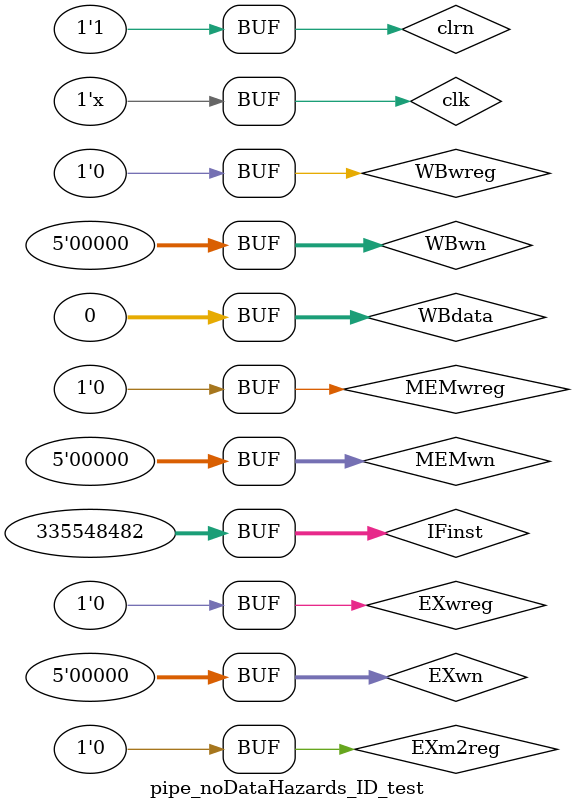
<source format=v>
`timescale 1ns / 1ps


module pipe_noDataHazards_ID_test;

	// Inputs
	reg clk;
	reg clrn;
	reg [31:0] IFinst;
	reg [4:0] EXwn;
	reg [4:0] MEMwn;
	reg [4:0] WBwn;
	reg EXm2reg;
	reg EXwreg;
	reg MEMwreg;
	reg WBwreg;
	reg [31:0] WBdata;

	// Outputs
	wire IFwip;
	wire IDwreg;
	wire IDm2reg;
	wire IDwmem;
	wire [3:0] IDaluc;
	wire [1:0] IDselectAlua;
	wire [1:0] IDselectAlub;
	wire [4:0] IDwn;
	wire [31:0] IDqa;
	wire [31:0] IDqb;
	wire [31:0] IDsaOrImme;

	// Instantiate the Unit Under Test (UUT)
	pipe_noDataHazards_ID uut (
		.clk(clk), 
		.clrn(clrn), 
		.IFinst(IFinst), 
		.EXwn(EXwn), 
		.MEMwn(MEMwn), 
		.WBwn(WBwn), 
		.EXm2reg(EXm2reg), 
		.EXwreg(EXwreg), 
		.MEMwreg(MEMwreg), 
		.WBwreg(WBwreg), 
		.WBdata(WBdata), 
		.IFwip(IFwip), 
		.IDwreg(IDwreg), 
		.IDm2reg(IDm2reg), 
		.IDwmem(IDwmem), 
		.IDaluc(IDaluc), 
		.IDselectAlua(IDselectAlua), 
		.IDselectAlub(IDselectAlub), 
		.IDwn(IDwn), 
		.IDqa(IDqa), 
		.IDqb(IDqb), 
		.IDsaOrImme(IDsaOrImme)
	);
	always #50 clk = ~clk;
	initial begin
		// Initialize Inputs
		clk = 0;
		clrn = 0;
		IFinst = 0;
		EXwn = 0;
		MEMwn = 0;
		WBwn = 0;
		EXm2reg = 0;
		EXwreg = 0;
		MEMwreg = 0;
		WBwreg = 0;
		WBdata = 0;

		// Wait 100 ns for global reset to finish
		#50;
		clrn = 1;
		
		#50;
		IFinst = 32'b000101_00000000_00000011_00001_00001;
		#100;
		IFinst = 32'b000101_00000000_00000100_00010_00010;
        
		// Add stimulus here

	end
      
endmodule


</source>
